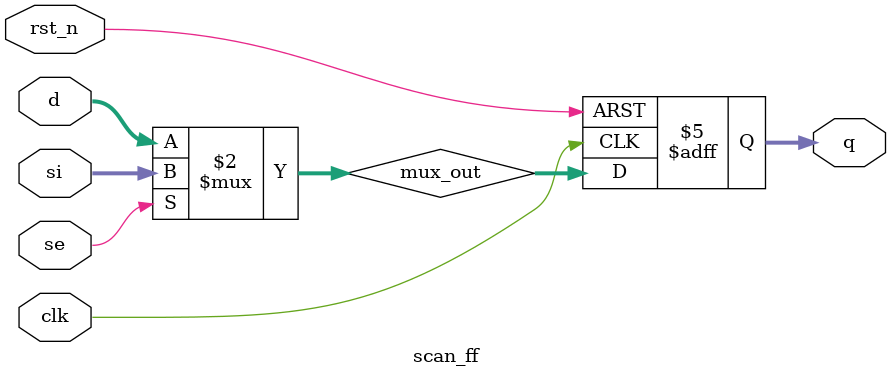
<source format=sv>
module scan_ff #(
    parameter int WIDTH = 8
) (
    input  logic             clk,      // Clock
    input  logic             rst_n,    // Reset (active low)
    input  logic             se,       // Scan enable (1 = scan mode)
    input  logic [WIDTH-1:0] d,        // Normal data input
    input  logic [WIDTH-1:0] si,       // Scan input
    output logic [WIDTH-1:0] q        // Data output
);

    // Internal mux to select between normal and scan input
    logic [WIDTH-1:0] mux_out;

    always_comb begin
        mux_out = se ? si : d;
    end

    // The flip-flop itself
    always_ff @(posedge clk or negedge rst_n) begin
        if (!rst_n) begin
            q <= '0;  // Reset to all zeros
        end else begin
            q <= mux_out;  // Capture selected input
        end
    end

endmodule


</source>
